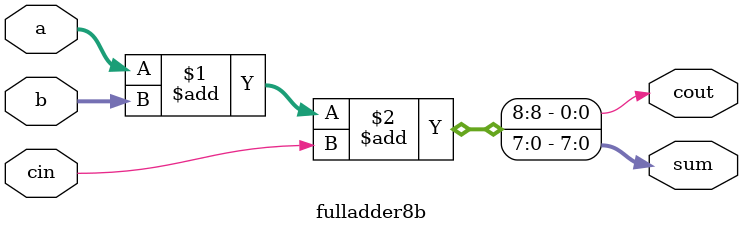
<source format=v>
module fulladder8b(
    input wire [7:0] a,        // First input bit
    input wire [7:0] b,        // Second input bit
    input wire cin,      // Carry input
    output wire [7:0] sum,     // Sum output
    output wire cout     // Carry output
);
    
assign {cout, sum} = a + b + cin; // Calculate sum and carry out
    
endmodule
</source>
